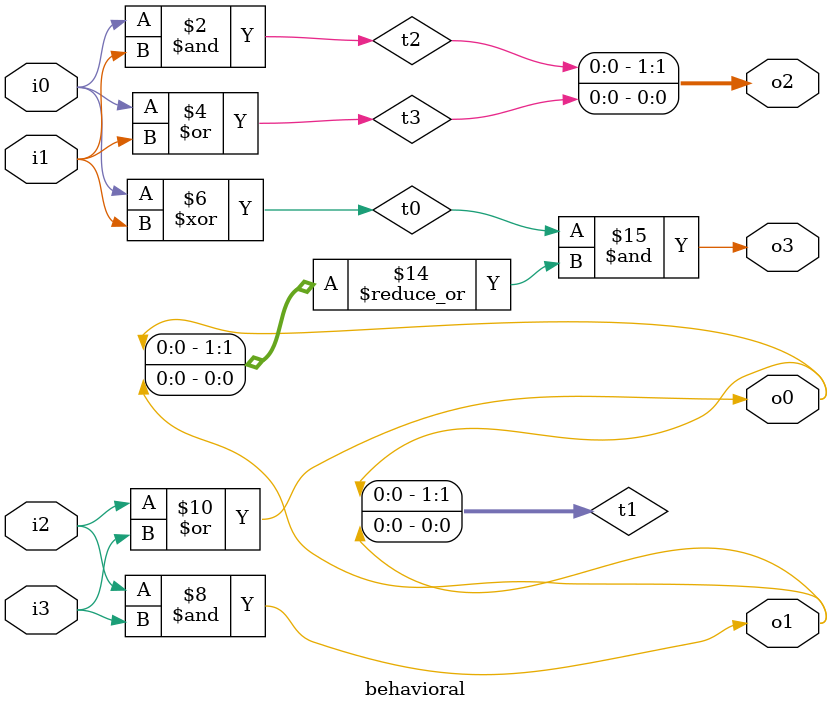
<source format=v>
module behavioral (i0, i1, i2, i3, o0, o1, o2, o3);

	input i0, i1, i2, i3;
	output reg o0, o1;
	output reg [1:0] o2;
	output reg o3;

	reg t0;
	reg [1:0] t1;

	// implicit assignment without delay
	
    reg t2;
    
    always @ (i0 & i1) begin
        t2 <= i0 & i1;
    end


    

	// implicit assignment with delay
	
    reg t3;
    
    always @ (i0 | i1) begin
        t3 <= #5 i0 | i1;
    end


    

	// explicit assignmnet to reg without delay
	
    always @ (i0 ^ i1) begin
        t0 <= i0 ^ i1;
    end



	// explicit assignmnet to reg with delay
	
    always @ (i2 & i3) begin
        t1[0] <= #4 i2 & i3;
    end


	
    always @ (i2 | i3) begin
        t1[1] <= #4 i2 | i3;
    end



	// explicit assignment with complex lhs
	
    always @ (t1) begin
        {o0,o1} <= t1;
    end



	// explicit assignment with complex rhs
	
    always @ ({t2,t3}) begin
        o2 <= {t2,t3};
    end



	
    always @ (t0 & (|t1)) begin
        o3 <= t0 & (|t1);
    end



endmodule

</source>
